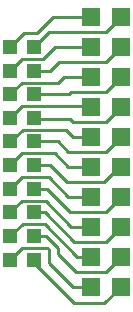
<source format=gtl>
%FSLAX44Y44*%
%MOMM*%
G71*
G01*
G75*
G04 Layer_Physical_Order=1*
G04 Layer_Color=255*
%ADD10C,0.2540*%
%ADD11R,1.5240X1.5240*%
%ADD12R,1.2000X1.2000*%
D10*
X937580Y803580D02*
X949340Y815340D01*
X960120D01*
X974090Y829310D01*
X1005840D01*
X957580Y803580D02*
X970610Y816610D01*
X1018540D01*
X1031240Y829310D01*
X937580Y803580D02*
Y806770D01*
X988060Y664210D02*
X1018540D01*
X969010Y683260D02*
X988060Y664210D01*
X957900Y683260D02*
X969010D01*
X989330Y651510D02*
X1005840D01*
X967450Y673390D02*
X989330Y651510D01*
X947390Y673390D02*
X967450D01*
X991870Y638810D02*
X1018540D01*
X967100Y663580D02*
X991870Y638810D01*
X957580Y663580D02*
X967100D01*
X968050Y643580D02*
X977900Y633730D01*
Y628650D02*
Y633730D01*
Y628650D02*
X993140Y613410D01*
X957580Y643580D02*
X968050D01*
X957580Y621030D02*
Y623580D01*
Y621030D02*
X991870Y586740D01*
X1017270D01*
X1031240Y600710D01*
X937580Y623580D02*
X947730Y633730D01*
X969010D01*
X970280Y632460D01*
Y621030D02*
Y632460D01*
Y621030D02*
X990600Y600710D01*
X1005840D01*
X993140Y613410D02*
X1018540D01*
X1031240Y626110D01*
X937580Y643580D02*
X948050Y654050D01*
X949722D01*
X950002Y653770D01*
X966750D01*
X994410Y626110D01*
X1005840D01*
X1018540Y638810D02*
X1031240Y651510D01*
X937580Y663580D02*
X947390Y673390D01*
X957580Y683580D02*
X957900Y683260D01*
X1018540Y664210D02*
X1031240Y676910D01*
X937580Y683580D02*
X947420Y693420D01*
X970280D01*
X986790Y676910D01*
X1005840D01*
X957580Y703580D02*
X971550D01*
X985520Y689610D01*
X1017270D01*
X1029970Y702310D01*
X1031240D01*
X937580Y703580D02*
X947740Y713740D01*
X975360D01*
X986790Y702310D01*
X1005840D01*
X957580Y723580D02*
X978220D01*
X986790Y715010D01*
X1018540D01*
X1031240Y727710D01*
X937580Y723580D02*
X938210D01*
X948020Y733390D01*
X984920D01*
X990600Y727710D01*
X1005840D01*
X957580Y743580D02*
X958210Y742950D01*
X988060D01*
X990600Y740410D01*
X1018540D01*
X1031240Y753110D01*
X947390Y753390D02*
X1005840D01*
X937580Y743580D02*
X947390Y753390D01*
X1005840Y753110D02*
Y753390D01*
X957580Y763580D02*
X987100D01*
X989330Y765810D01*
X1018540D01*
X1031240Y778510D01*
X937580Y763580D02*
Y763590D01*
X947420Y773430D01*
X977900D01*
X982980Y778510D01*
X1005840D01*
X957580Y783580D02*
X971540D01*
X979170Y791210D01*
X1018540D01*
X1031240Y803910D01*
X937580Y783580D02*
X947770Y793770D01*
X965158D01*
X975298Y803910D01*
X1005840D01*
D11*
Y829310D02*
D03*
X1031240D02*
D03*
X1005840Y803910D02*
D03*
X1031240D02*
D03*
X1005840Y778510D02*
D03*
X1031240D02*
D03*
X1005840Y753110D02*
D03*
X1031240D02*
D03*
X1005840Y727710D02*
D03*
X1031240D02*
D03*
X1005840Y702310D02*
D03*
X1031240D02*
D03*
X1005840Y676910D02*
D03*
X1031240D02*
D03*
X1005840Y651510D02*
D03*
X1031240D02*
D03*
X1005840Y626110D02*
D03*
X1031240D02*
D03*
X1005840Y600710D02*
D03*
X1031240D02*
D03*
D12*
X957580Y803580D02*
D03*
X937580D02*
D03*
X937580Y783580D02*
D03*
X957580D02*
D03*
X937580Y763580D02*
D03*
X957580D02*
D03*
X937580Y743580D02*
D03*
X957580D02*
D03*
X937580Y723580D02*
D03*
X957580D02*
D03*
X937580Y703580D02*
D03*
X957580D02*
D03*
X937580Y683580D02*
D03*
X957580D02*
D03*
X937580Y663580D02*
D03*
X957580D02*
D03*
X937580Y643580D02*
D03*
X957580D02*
D03*
X937580Y623580D02*
D03*
X957580D02*
D03*
M02*

</source>
